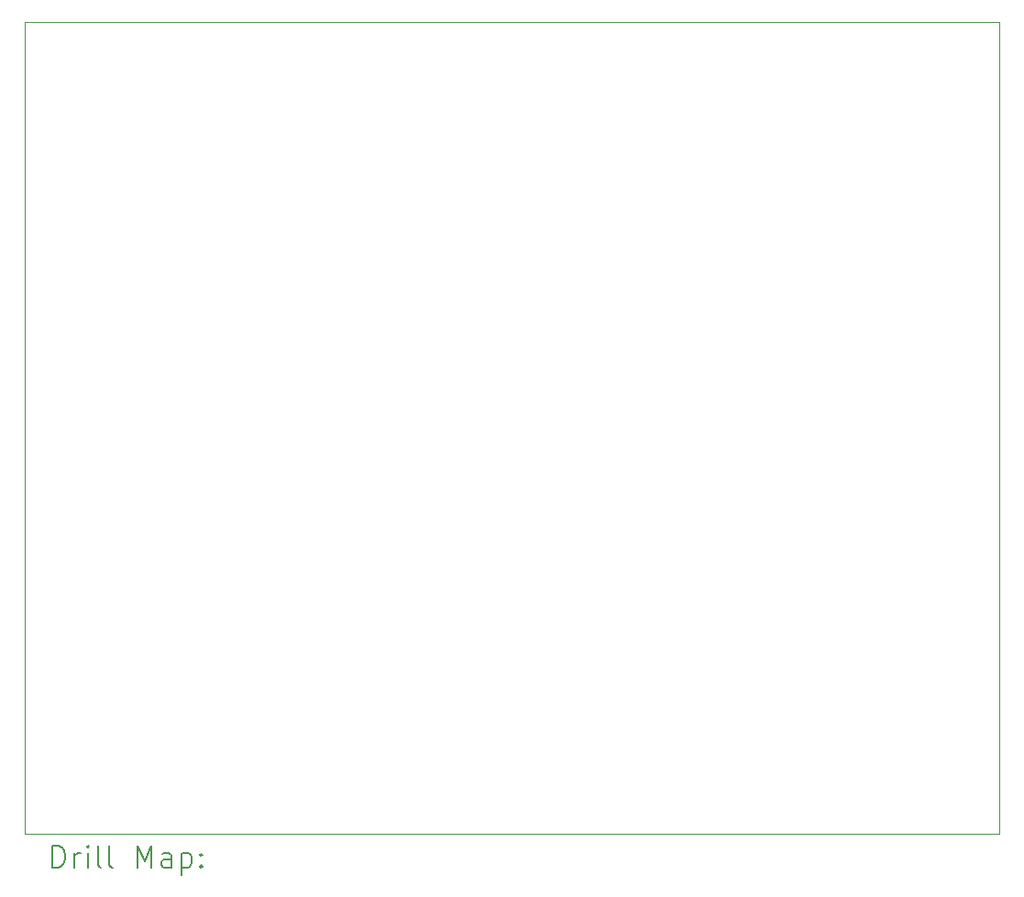
<source format=gbr>
%TF.GenerationSoftware,KiCad,Pcbnew,8.0.7-8.0.7-0~ubuntu22.04.1*%
%TF.CreationDate,2025-01-05T09:50:37-03:00*%
%TF.ProjectId,fenix-controlador-de-ressolda,66656e69-782d-4636-9f6e-74726f6c6164,rev?*%
%TF.SameCoordinates,Original*%
%TF.FileFunction,Drillmap*%
%TF.FilePolarity,Positive*%
%FSLAX45Y45*%
G04 Gerber Fmt 4.5, Leading zero omitted, Abs format (unit mm)*
G04 Created by KiCad (PCBNEW 8.0.7-8.0.7-0~ubuntu22.04.1) date 2025-01-05 09:50:37*
%MOMM*%
%LPD*%
G01*
G04 APERTURE LIST*
%ADD10C,0.050000*%
%ADD11C,0.200000*%
G04 APERTURE END LIST*
D10*
X9997000Y-6084000D02*
X18997000Y-6084000D01*
X18997000Y-13584000D01*
X9997000Y-13584000D01*
X9997000Y-6084000D01*
D11*
X10255277Y-13897984D02*
X10255277Y-13697984D01*
X10255277Y-13697984D02*
X10302896Y-13697984D01*
X10302896Y-13697984D02*
X10331467Y-13707508D01*
X10331467Y-13707508D02*
X10350515Y-13726555D01*
X10350515Y-13726555D02*
X10360039Y-13745603D01*
X10360039Y-13745603D02*
X10369563Y-13783698D01*
X10369563Y-13783698D02*
X10369563Y-13812269D01*
X10369563Y-13812269D02*
X10360039Y-13850365D01*
X10360039Y-13850365D02*
X10350515Y-13869412D01*
X10350515Y-13869412D02*
X10331467Y-13888460D01*
X10331467Y-13888460D02*
X10302896Y-13897984D01*
X10302896Y-13897984D02*
X10255277Y-13897984D01*
X10455277Y-13897984D02*
X10455277Y-13764650D01*
X10455277Y-13802746D02*
X10464801Y-13783698D01*
X10464801Y-13783698D02*
X10474324Y-13774174D01*
X10474324Y-13774174D02*
X10493372Y-13764650D01*
X10493372Y-13764650D02*
X10512420Y-13764650D01*
X10579086Y-13897984D02*
X10579086Y-13764650D01*
X10579086Y-13697984D02*
X10569563Y-13707508D01*
X10569563Y-13707508D02*
X10579086Y-13717031D01*
X10579086Y-13717031D02*
X10588610Y-13707508D01*
X10588610Y-13707508D02*
X10579086Y-13697984D01*
X10579086Y-13697984D02*
X10579086Y-13717031D01*
X10702896Y-13897984D02*
X10683848Y-13888460D01*
X10683848Y-13888460D02*
X10674324Y-13869412D01*
X10674324Y-13869412D02*
X10674324Y-13697984D01*
X10807658Y-13897984D02*
X10788610Y-13888460D01*
X10788610Y-13888460D02*
X10779086Y-13869412D01*
X10779086Y-13869412D02*
X10779086Y-13697984D01*
X11036229Y-13897984D02*
X11036229Y-13697984D01*
X11036229Y-13697984D02*
X11102896Y-13840841D01*
X11102896Y-13840841D02*
X11169563Y-13697984D01*
X11169563Y-13697984D02*
X11169563Y-13897984D01*
X11350515Y-13897984D02*
X11350515Y-13793222D01*
X11350515Y-13793222D02*
X11340991Y-13774174D01*
X11340991Y-13774174D02*
X11321943Y-13764650D01*
X11321943Y-13764650D02*
X11283848Y-13764650D01*
X11283848Y-13764650D02*
X11264801Y-13774174D01*
X11350515Y-13888460D02*
X11331467Y-13897984D01*
X11331467Y-13897984D02*
X11283848Y-13897984D01*
X11283848Y-13897984D02*
X11264801Y-13888460D01*
X11264801Y-13888460D02*
X11255277Y-13869412D01*
X11255277Y-13869412D02*
X11255277Y-13850365D01*
X11255277Y-13850365D02*
X11264801Y-13831317D01*
X11264801Y-13831317D02*
X11283848Y-13821793D01*
X11283848Y-13821793D02*
X11331467Y-13821793D01*
X11331467Y-13821793D02*
X11350515Y-13812269D01*
X11445753Y-13764650D02*
X11445753Y-13964650D01*
X11445753Y-13774174D02*
X11464801Y-13764650D01*
X11464801Y-13764650D02*
X11502896Y-13764650D01*
X11502896Y-13764650D02*
X11521943Y-13774174D01*
X11521943Y-13774174D02*
X11531467Y-13783698D01*
X11531467Y-13783698D02*
X11540991Y-13802746D01*
X11540991Y-13802746D02*
X11540991Y-13859888D01*
X11540991Y-13859888D02*
X11531467Y-13878936D01*
X11531467Y-13878936D02*
X11521943Y-13888460D01*
X11521943Y-13888460D02*
X11502896Y-13897984D01*
X11502896Y-13897984D02*
X11464801Y-13897984D01*
X11464801Y-13897984D02*
X11445753Y-13888460D01*
X11626705Y-13878936D02*
X11636229Y-13888460D01*
X11636229Y-13888460D02*
X11626705Y-13897984D01*
X11626705Y-13897984D02*
X11617182Y-13888460D01*
X11617182Y-13888460D02*
X11626705Y-13878936D01*
X11626705Y-13878936D02*
X11626705Y-13897984D01*
X11626705Y-13774174D02*
X11636229Y-13783698D01*
X11636229Y-13783698D02*
X11626705Y-13793222D01*
X11626705Y-13793222D02*
X11617182Y-13783698D01*
X11617182Y-13783698D02*
X11626705Y-13774174D01*
X11626705Y-13774174D02*
X11626705Y-13793222D01*
M02*

</source>
